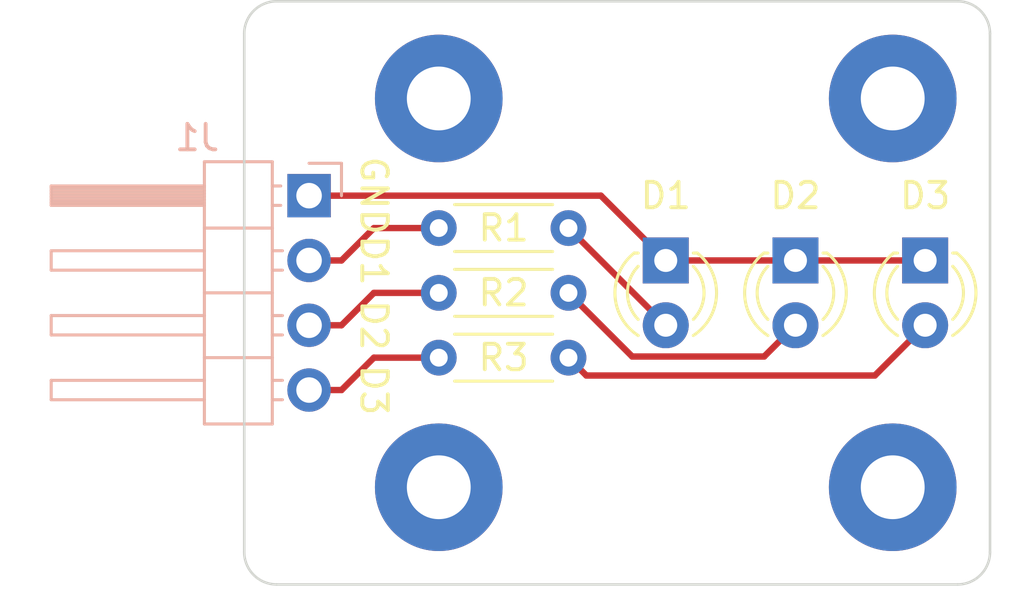
<source format=kicad_pcb>
(kicad_pcb (version 20171130) (host pcbnew "(5.1.10-1-10_14)")

  (general
    (thickness 1.6)
    (drawings 12)
    (tracks 20)
    (zones 0)
    (modules 11)
    (nets 8)
  )

  (page A4)
  (layers
    (0 F.Cu signal)
    (31 B.Cu signal)
    (32 B.Adhes user)
    (33 F.Adhes user)
    (34 B.Paste user)
    (35 F.Paste user)
    (36 B.SilkS user)
    (37 F.SilkS user)
    (38 B.Mask user)
    (39 F.Mask user)
    (40 Dwgs.User user)
    (41 Cmts.User user)
    (42 Eco1.User user)
    (43 Eco2.User user)
    (44 Edge.Cuts user)
    (45 Margin user)
    (46 B.CrtYd user)
    (47 F.CrtYd user)
    (48 B.Fab user)
    (49 F.Fab user)
  )

  (setup
    (last_trace_width 0.25)
    (trace_clearance 0.2)
    (zone_clearance 0.508)
    (zone_45_only no)
    (trace_min 0.2)
    (via_size 0.8)
    (via_drill 0.4)
    (via_min_size 0.4)
    (via_min_drill 0.3)
    (uvia_size 0.3)
    (uvia_drill 0.1)
    (uvias_allowed no)
    (uvia_min_size 0.2)
    (uvia_min_drill 0.1)
    (edge_width 0.1)
    (segment_width 0.2)
    (pcb_text_width 0.3)
    (pcb_text_size 1.5 1.5)
    (mod_edge_width 0.15)
    (mod_text_size 1 1)
    (mod_text_width 0.15)
    (pad_size 1.524 1.524)
    (pad_drill 0.762)
    (pad_to_mask_clearance 0)
    (aux_axis_origin 0 0)
    (visible_elements FFFFFF7F)
    (pcbplotparams
      (layerselection 0x010fc_ffffffff)
      (usegerberextensions true)
      (usegerberattributes true)
      (usegerberadvancedattributes true)
      (creategerberjobfile true)
      (excludeedgelayer true)
      (linewidth 0.100000)
      (plotframeref false)
      (viasonmask false)
      (mode 1)
      (useauxorigin false)
      (hpglpennumber 1)
      (hpglpenspeed 20)
      (hpglpendiameter 15.000000)
      (psnegative false)
      (psa4output false)
      (plotreference true)
      (plotvalue false)
      (plotinvisibletext false)
      (padsonsilk false)
      (subtractmaskfromsilk false)
      (outputformat 1)
      (mirror false)
      (drillshape 0)
      (scaleselection 1)
      (outputdirectory "gerbers/"))
  )

  (net 0 "")
  (net 1 "Net-(D1-Pad2)")
  (net 2 "Net-(D1-Pad1)")
  (net 3 "Net-(D2-Pad2)")
  (net 4 "Net-(D3-Pad2)")
  (net 5 "Net-(J1-Pad4)")
  (net 6 "Net-(J1-Pad3)")
  (net 7 "Net-(J1-Pad2)")

  (net_class Default "This is the default net class."
    (clearance 0.2)
    (trace_width 0.25)
    (via_dia 0.8)
    (via_drill 0.4)
    (uvia_dia 0.3)
    (uvia_drill 0.1)
    (add_net "Net-(D1-Pad1)")
    (add_net "Net-(D1-Pad2)")
    (add_net "Net-(D2-Pad2)")
    (add_net "Net-(D3-Pad2)")
    (add_net "Net-(J1-Pad2)")
    (add_net "Net-(J1-Pad3)")
    (add_net "Net-(J1-Pad4)")
  )

  (module Resistor_THT:R_Axial_DIN0204_L3.6mm_D1.6mm_P5.08mm_Horizontal (layer F.Cu) (tedit 5AE5139B) (tstamp 616EE9C3)
    (at 123.19 90.17 180)
    (descr "Resistor, Axial_DIN0204 series, Axial, Horizontal, pin pitch=5.08mm, 0.167W, length*diameter=3.6*1.6mm^2, http://cdn-reichelt.de/documents/datenblatt/B400/1_4W%23YAG.pdf")
    (tags "Resistor Axial_DIN0204 series Axial Horizontal pin pitch 5.08mm 0.167W length 3.6mm diameter 1.6mm")
    (path /6167DC2C)
    (fp_text reference R3 (at 2.54 0) (layer F.SilkS)
      (effects (font (size 1 1) (thickness 0.15)))
    )
    (fp_text value R (at 2.54 1.92) (layer F.Fab)
      (effects (font (size 1 1) (thickness 0.15)))
    )
    (fp_line (start 0.74 -0.8) (end 0.74 0.8) (layer F.Fab) (width 0.1))
    (fp_line (start 0.74 0.8) (end 4.34 0.8) (layer F.Fab) (width 0.1))
    (fp_line (start 4.34 0.8) (end 4.34 -0.8) (layer F.Fab) (width 0.1))
    (fp_line (start 4.34 -0.8) (end 0.74 -0.8) (layer F.Fab) (width 0.1))
    (fp_line (start 0 0) (end 0.74 0) (layer F.Fab) (width 0.1))
    (fp_line (start 5.08 0) (end 4.34 0) (layer F.Fab) (width 0.1))
    (fp_line (start 0.62 -0.92) (end 4.46 -0.92) (layer F.SilkS) (width 0.12))
    (fp_line (start 0.62 0.92) (end 4.46 0.92) (layer F.SilkS) (width 0.12))
    (fp_line (start -0.95 -1.05) (end -0.95 1.05) (layer F.CrtYd) (width 0.05))
    (fp_line (start -0.95 1.05) (end 6.03 1.05) (layer F.CrtYd) (width 0.05))
    (fp_line (start 6.03 1.05) (end 6.03 -1.05) (layer F.CrtYd) (width 0.05))
    (fp_line (start 6.03 -1.05) (end -0.95 -1.05) (layer F.CrtYd) (width 0.05))
    (fp_text user %R (at 2.54 0 180) (layer F.Fab)
      (effects (font (size 0.72 0.72) (thickness 0.108)))
    )
    (pad 2 thru_hole oval (at 5.08 0 180) (size 1.4 1.4) (drill 0.7) (layers *.Cu *.Mask)
      (net 5 "Net-(J1-Pad4)"))
    (pad 1 thru_hole circle (at 0 0 180) (size 1.4 1.4) (drill 0.7) (layers *.Cu *.Mask)
      (net 4 "Net-(D3-Pad2)"))
    (model ${KISYS3DMOD}/Resistor_THT.3dshapes/R_Axial_DIN0204_L3.6mm_D1.6mm_P5.08mm_Horizontal.wrl
      (at (xyz 0 0 0))
      (scale (xyz 1 1 1))
      (rotate (xyz 0 0 0))
    )
  )

  (module Resistor_THT:R_Axial_DIN0204_L3.6mm_D1.6mm_P5.08mm_Horizontal (layer F.Cu) (tedit 5AE5139B) (tstamp 616EE9B0)
    (at 123.19 87.63 180)
    (descr "Resistor, Axial_DIN0204 series, Axial, Horizontal, pin pitch=5.08mm, 0.167W, length*diameter=3.6*1.6mm^2, http://cdn-reichelt.de/documents/datenblatt/B400/1_4W%23YAG.pdf")
    (tags "Resistor Axial_DIN0204 series Axial Horizontal pin pitch 5.08mm 0.167W length 3.6mm diameter 1.6mm")
    (path /6167D743)
    (fp_text reference R2 (at 2.54 0) (layer F.SilkS)
      (effects (font (size 1 1) (thickness 0.15)))
    )
    (fp_text value R (at 2.54 1.92) (layer F.Fab)
      (effects (font (size 1 1) (thickness 0.15)))
    )
    (fp_line (start 0.74 -0.8) (end 0.74 0.8) (layer F.Fab) (width 0.1))
    (fp_line (start 0.74 0.8) (end 4.34 0.8) (layer F.Fab) (width 0.1))
    (fp_line (start 4.34 0.8) (end 4.34 -0.8) (layer F.Fab) (width 0.1))
    (fp_line (start 4.34 -0.8) (end 0.74 -0.8) (layer F.Fab) (width 0.1))
    (fp_line (start 0 0) (end 0.74 0) (layer F.Fab) (width 0.1))
    (fp_line (start 5.08 0) (end 4.34 0) (layer F.Fab) (width 0.1))
    (fp_line (start 0.62 -0.92) (end 4.46 -0.92) (layer F.SilkS) (width 0.12))
    (fp_line (start 0.62 0.92) (end 4.46 0.92) (layer F.SilkS) (width 0.12))
    (fp_line (start -0.95 -1.05) (end -0.95 1.05) (layer F.CrtYd) (width 0.05))
    (fp_line (start -0.95 1.05) (end 6.03 1.05) (layer F.CrtYd) (width 0.05))
    (fp_line (start 6.03 1.05) (end 6.03 -1.05) (layer F.CrtYd) (width 0.05))
    (fp_line (start 6.03 -1.05) (end -0.95 -1.05) (layer F.CrtYd) (width 0.05))
    (fp_text user %R (at 2.54 0) (layer F.Fab)
      (effects (font (size 0.72 0.72) (thickness 0.108)))
    )
    (pad 2 thru_hole oval (at 5.08 0 180) (size 1.4 1.4) (drill 0.7) (layers *.Cu *.Mask)
      (net 6 "Net-(J1-Pad3)"))
    (pad 1 thru_hole circle (at 0 0 180) (size 1.4 1.4) (drill 0.7) (layers *.Cu *.Mask)
      (net 3 "Net-(D2-Pad2)"))
    (model ${KISYS3DMOD}/Resistor_THT.3dshapes/R_Axial_DIN0204_L3.6mm_D1.6mm_P5.08mm_Horizontal.wrl
      (at (xyz 0 0 0))
      (scale (xyz 1 1 1))
      (rotate (xyz 0 0 0))
    )
  )

  (module Resistor_THT:R_Axial_DIN0204_L3.6mm_D1.6mm_P5.08mm_Horizontal (layer F.Cu) (tedit 5AE5139B) (tstamp 616EE99D)
    (at 123.19 85.09 180)
    (descr "Resistor, Axial_DIN0204 series, Axial, Horizontal, pin pitch=5.08mm, 0.167W, length*diameter=3.6*1.6mm^2, http://cdn-reichelt.de/documents/datenblatt/B400/1_4W%23YAG.pdf")
    (tags "Resistor Axial_DIN0204 series Axial Horizontal pin pitch 5.08mm 0.167W length 3.6mm diameter 1.6mm")
    (path /61673312)
    (fp_text reference R1 (at 2.54 0) (layer F.SilkS)
      (effects (font (size 1 1) (thickness 0.15)))
    )
    (fp_text value R (at 2.54 1.92) (layer F.Fab)
      (effects (font (size 1 1) (thickness 0.15)))
    )
    (fp_line (start 0.74 -0.8) (end 0.74 0.8) (layer F.Fab) (width 0.1))
    (fp_line (start 0.74 0.8) (end 4.34 0.8) (layer F.Fab) (width 0.1))
    (fp_line (start 4.34 0.8) (end 4.34 -0.8) (layer F.Fab) (width 0.1))
    (fp_line (start 4.34 -0.8) (end 0.74 -0.8) (layer F.Fab) (width 0.1))
    (fp_line (start 0 0) (end 0.74 0) (layer F.Fab) (width 0.1))
    (fp_line (start 5.08 0) (end 4.34 0) (layer F.Fab) (width 0.1))
    (fp_line (start 0.62 -0.92) (end 4.46 -0.92) (layer F.SilkS) (width 0.12))
    (fp_line (start 0.62 0.92) (end 4.46 0.92) (layer F.SilkS) (width 0.12))
    (fp_line (start -0.95 -1.05) (end -0.95 1.05) (layer F.CrtYd) (width 0.05))
    (fp_line (start -0.95 1.05) (end 6.03 1.05) (layer F.CrtYd) (width 0.05))
    (fp_line (start 6.03 1.05) (end 6.03 -1.05) (layer F.CrtYd) (width 0.05))
    (fp_line (start 6.03 -1.05) (end -0.95 -1.05) (layer F.CrtYd) (width 0.05))
    (fp_text user %R (at 2.54 0) (layer F.Fab)
      (effects (font (size 0.72 0.72) (thickness 0.108)))
    )
    (pad 2 thru_hole oval (at 5.08 0 180) (size 1.4 1.4) (drill 0.7) (layers *.Cu *.Mask)
      (net 7 "Net-(J1-Pad2)"))
    (pad 1 thru_hole circle (at 0 0 180) (size 1.4 1.4) (drill 0.7) (layers *.Cu *.Mask)
      (net 1 "Net-(D1-Pad2)"))
    (model ${KISYS3DMOD}/Resistor_THT.3dshapes/R_Axial_DIN0204_L3.6mm_D1.6mm_P5.08mm_Horizontal.wrl
      (at (xyz 0 0 0))
      (scale (xyz 1 1 1))
      (rotate (xyz 0 0 0))
    )
  )

  (module Connector_PinHeader_2.54mm:PinHeader_1x04_P2.54mm_Horizontal (layer B.Cu) (tedit 59FED5CB) (tstamp 616EE98A)
    (at 113.03 83.82 180)
    (descr "Through hole angled pin header, 1x04, 2.54mm pitch, 6mm pin length, single row")
    (tags "Through hole angled pin header THT 1x04 2.54mm single row")
    (path /616EB7B9)
    (fp_text reference J1 (at 4.385 2.27) (layer B.SilkS)
      (effects (font (size 1 1) (thickness 0.15)) (justify mirror))
    )
    (fp_text value Conn_01x04_Female (at 4.385 -9.89) (layer B.Fab)
      (effects (font (size 1 1) (thickness 0.15)) (justify mirror))
    )
    (fp_line (start 2.135 1.27) (end 4.04 1.27) (layer B.Fab) (width 0.1))
    (fp_line (start 4.04 1.27) (end 4.04 -8.89) (layer B.Fab) (width 0.1))
    (fp_line (start 4.04 -8.89) (end 1.5 -8.89) (layer B.Fab) (width 0.1))
    (fp_line (start 1.5 -8.89) (end 1.5 0.635) (layer B.Fab) (width 0.1))
    (fp_line (start 1.5 0.635) (end 2.135 1.27) (layer B.Fab) (width 0.1))
    (fp_line (start -0.32 0.32) (end 1.5 0.32) (layer B.Fab) (width 0.1))
    (fp_line (start -0.32 0.32) (end -0.32 -0.32) (layer B.Fab) (width 0.1))
    (fp_line (start -0.32 -0.32) (end 1.5 -0.32) (layer B.Fab) (width 0.1))
    (fp_line (start 4.04 0.32) (end 10.04 0.32) (layer B.Fab) (width 0.1))
    (fp_line (start 10.04 0.32) (end 10.04 -0.32) (layer B.Fab) (width 0.1))
    (fp_line (start 4.04 -0.32) (end 10.04 -0.32) (layer B.Fab) (width 0.1))
    (fp_line (start -0.32 -2.22) (end 1.5 -2.22) (layer B.Fab) (width 0.1))
    (fp_line (start -0.32 -2.22) (end -0.32 -2.86) (layer B.Fab) (width 0.1))
    (fp_line (start -0.32 -2.86) (end 1.5 -2.86) (layer B.Fab) (width 0.1))
    (fp_line (start 4.04 -2.22) (end 10.04 -2.22) (layer B.Fab) (width 0.1))
    (fp_line (start 10.04 -2.22) (end 10.04 -2.86) (layer B.Fab) (width 0.1))
    (fp_line (start 4.04 -2.86) (end 10.04 -2.86) (layer B.Fab) (width 0.1))
    (fp_line (start -0.32 -4.76) (end 1.5 -4.76) (layer B.Fab) (width 0.1))
    (fp_line (start -0.32 -4.76) (end -0.32 -5.4) (layer B.Fab) (width 0.1))
    (fp_line (start -0.32 -5.4) (end 1.5 -5.4) (layer B.Fab) (width 0.1))
    (fp_line (start 4.04 -4.76) (end 10.04 -4.76) (layer B.Fab) (width 0.1))
    (fp_line (start 10.04 -4.76) (end 10.04 -5.4) (layer B.Fab) (width 0.1))
    (fp_line (start 4.04 -5.4) (end 10.04 -5.4) (layer B.Fab) (width 0.1))
    (fp_line (start -0.32 -7.3) (end 1.5 -7.3) (layer B.Fab) (width 0.1))
    (fp_line (start -0.32 -7.3) (end -0.32 -7.94) (layer B.Fab) (width 0.1))
    (fp_line (start -0.32 -7.94) (end 1.5 -7.94) (layer B.Fab) (width 0.1))
    (fp_line (start 4.04 -7.3) (end 10.04 -7.3) (layer B.Fab) (width 0.1))
    (fp_line (start 10.04 -7.3) (end 10.04 -7.94) (layer B.Fab) (width 0.1))
    (fp_line (start 4.04 -7.94) (end 10.04 -7.94) (layer B.Fab) (width 0.1))
    (fp_line (start 1.44 1.33) (end 1.44 -8.95) (layer B.SilkS) (width 0.12))
    (fp_line (start 1.44 -8.95) (end 4.1 -8.95) (layer B.SilkS) (width 0.12))
    (fp_line (start 4.1 -8.95) (end 4.1 1.33) (layer B.SilkS) (width 0.12))
    (fp_line (start 4.1 1.33) (end 1.44 1.33) (layer B.SilkS) (width 0.12))
    (fp_line (start 4.1 0.38) (end 10.1 0.38) (layer B.SilkS) (width 0.12))
    (fp_line (start 10.1 0.38) (end 10.1 -0.38) (layer B.SilkS) (width 0.12))
    (fp_line (start 10.1 -0.38) (end 4.1 -0.38) (layer B.SilkS) (width 0.12))
    (fp_line (start 4.1 0.32) (end 10.1 0.32) (layer B.SilkS) (width 0.12))
    (fp_line (start 4.1 0.2) (end 10.1 0.2) (layer B.SilkS) (width 0.12))
    (fp_line (start 4.1 0.08) (end 10.1 0.08) (layer B.SilkS) (width 0.12))
    (fp_line (start 4.1 -0.04) (end 10.1 -0.04) (layer B.SilkS) (width 0.12))
    (fp_line (start 4.1 -0.16) (end 10.1 -0.16) (layer B.SilkS) (width 0.12))
    (fp_line (start 4.1 -0.28) (end 10.1 -0.28) (layer B.SilkS) (width 0.12))
    (fp_line (start 1.11 0.38) (end 1.44 0.38) (layer B.SilkS) (width 0.12))
    (fp_line (start 1.11 -0.38) (end 1.44 -0.38) (layer B.SilkS) (width 0.12))
    (fp_line (start 1.44 -1.27) (end 4.1 -1.27) (layer B.SilkS) (width 0.12))
    (fp_line (start 4.1 -2.16) (end 10.1 -2.16) (layer B.SilkS) (width 0.12))
    (fp_line (start 10.1 -2.16) (end 10.1 -2.92) (layer B.SilkS) (width 0.12))
    (fp_line (start 10.1 -2.92) (end 4.1 -2.92) (layer B.SilkS) (width 0.12))
    (fp_line (start 1.042929 -2.16) (end 1.44 -2.16) (layer B.SilkS) (width 0.12))
    (fp_line (start 1.042929 -2.92) (end 1.44 -2.92) (layer B.SilkS) (width 0.12))
    (fp_line (start 1.44 -3.81) (end 4.1 -3.81) (layer B.SilkS) (width 0.12))
    (fp_line (start 4.1 -4.7) (end 10.1 -4.7) (layer B.SilkS) (width 0.12))
    (fp_line (start 10.1 -4.7) (end 10.1 -5.46) (layer B.SilkS) (width 0.12))
    (fp_line (start 10.1 -5.46) (end 4.1 -5.46) (layer B.SilkS) (width 0.12))
    (fp_line (start 1.042929 -4.7) (end 1.44 -4.7) (layer B.SilkS) (width 0.12))
    (fp_line (start 1.042929 -5.46) (end 1.44 -5.46) (layer B.SilkS) (width 0.12))
    (fp_line (start 1.44 -6.35) (end 4.1 -6.35) (layer B.SilkS) (width 0.12))
    (fp_line (start 4.1 -7.24) (end 10.1 -7.24) (layer B.SilkS) (width 0.12))
    (fp_line (start 10.1 -7.24) (end 10.1 -8) (layer B.SilkS) (width 0.12))
    (fp_line (start 10.1 -8) (end 4.1 -8) (layer B.SilkS) (width 0.12))
    (fp_line (start 1.042929 -7.24) (end 1.44 -7.24) (layer B.SilkS) (width 0.12))
    (fp_line (start 1.042929 -8) (end 1.44 -8) (layer B.SilkS) (width 0.12))
    (fp_line (start -1.27 0) (end -1.27 1.27) (layer B.SilkS) (width 0.12))
    (fp_line (start -1.27 1.27) (end 0 1.27) (layer B.SilkS) (width 0.12))
    (fp_line (start -1.8 1.8) (end -1.8 -9.4) (layer B.CrtYd) (width 0.05))
    (fp_line (start -1.8 -9.4) (end 10.55 -9.4) (layer B.CrtYd) (width 0.05))
    (fp_line (start 10.55 -9.4) (end 10.55 1.8) (layer B.CrtYd) (width 0.05))
    (fp_line (start 10.55 1.8) (end -1.8 1.8) (layer B.CrtYd) (width 0.05))
    (fp_text user %R (at 2.77 -3.81 -90) (layer B.Fab)
      (effects (font (size 1 1) (thickness 0.15)) (justify mirror))
    )
    (pad 4 thru_hole oval (at 0 -7.62 180) (size 1.7 1.7) (drill 1) (layers *.Cu *.Mask)
      (net 5 "Net-(J1-Pad4)"))
    (pad 3 thru_hole oval (at 0 -5.08 180) (size 1.7 1.7) (drill 1) (layers *.Cu *.Mask)
      (net 6 "Net-(J1-Pad3)"))
    (pad 2 thru_hole oval (at 0 -2.54 180) (size 1.7 1.7) (drill 1) (layers *.Cu *.Mask)
      (net 7 "Net-(J1-Pad2)"))
    (pad 1 thru_hole rect (at 0 0 180) (size 1.7 1.7) (drill 1) (layers *.Cu *.Mask)
      (net 2 "Net-(D1-Pad1)"))
    (model ${KISYS3DMOD}/Connector_PinHeader_2.54mm.3dshapes/PinHeader_1x04_P2.54mm_Horizontal.wrl
      (at (xyz 0 0 0))
      (scale (xyz 1 1 1))
      (rotate (xyz 0 0 0))
    )
  )

  (module MountingHole:MountingHole_2.5mm_Pad (layer F.Cu) (tedit 56D1B4CB) (tstamp 616EE93D)
    (at 135.89 95.25)
    (descr "Mounting Hole 2.5mm")
    (tags "mounting hole 2.5mm")
    (path /616824D5)
    (attr virtual)
    (fp_text reference H4 (at 0 -3.5) (layer F.SilkS) hide
      (effects (font (size 1 1) (thickness 0.15)))
    )
    (fp_text value MountingHole (at 0 3.5) (layer F.Fab)
      (effects (font (size 1 1) (thickness 0.15)))
    )
    (fp_circle (center 0 0) (end 2.5 0) (layer Cmts.User) (width 0.15))
    (fp_circle (center 0 0) (end 2.75 0) (layer F.CrtYd) (width 0.05))
    (fp_text user %R (at 0.3 0) (layer F.Fab)
      (effects (font (size 1 1) (thickness 0.15)))
    )
    (pad 1 thru_hole circle (at 0 0) (size 5 5) (drill 2.5) (layers *.Cu *.Mask))
  )

  (module MountingHole:MountingHole_2.5mm_Pad (layer F.Cu) (tedit 56D1B4CB) (tstamp 616EE935)
    (at 118.11 95.25)
    (descr "Mounting Hole 2.5mm")
    (tags "mounting hole 2.5mm")
    (path /61682859)
    (attr virtual)
    (fp_text reference H3 (at 0 -3.5) (layer F.SilkS) hide
      (effects (font (size 1 1) (thickness 0.15)))
    )
    (fp_text value MountingHole (at 0 3.5) (layer F.Fab)
      (effects (font (size 1 1) (thickness 0.15)))
    )
    (fp_circle (center 0 0) (end 2.5 0) (layer Cmts.User) (width 0.15))
    (fp_circle (center 0 0) (end 2.75 0) (layer F.CrtYd) (width 0.05))
    (fp_text user %R (at 0.3 0) (layer F.Fab)
      (effects (font (size 1 1) (thickness 0.15)))
    )
    (pad 1 thru_hole circle (at 0 0) (size 5 5) (drill 2.5) (layers *.Cu *.Mask))
  )

  (module MountingHole:MountingHole_2.5mm_Pad (layer F.Cu) (tedit 56D1B4CB) (tstamp 616EE92D)
    (at 135.89 80.01)
    (descr "Mounting Hole 2.5mm")
    (tags "mounting hole 2.5mm")
    (path /61682208)
    (attr virtual)
    (fp_text reference H2 (at 0 -3.5) (layer F.SilkS) hide
      (effects (font (size 1 1) (thickness 0.15)))
    )
    (fp_text value MountingHole (at 0 3.5) (layer F.Fab)
      (effects (font (size 1 1) (thickness 0.15)))
    )
    (fp_circle (center 0 0) (end 2.5 0) (layer Cmts.User) (width 0.15))
    (fp_circle (center 0 0) (end 2.75 0) (layer F.CrtYd) (width 0.05))
    (fp_text user %R (at 0.3 0) (layer F.Fab)
      (effects (font (size 1 1) (thickness 0.15)))
    )
    (pad 1 thru_hole circle (at 0 0) (size 5 5) (drill 2.5) (layers *.Cu *.Mask))
  )

  (module MountingHole:MountingHole_2.5mm_Pad (layer F.Cu) (tedit 56D1B4CB) (tstamp 616EE925)
    (at 118.11 80.01)
    (descr "Mounting Hole 2.5mm")
    (tags "mounting hole 2.5mm")
    (path /616800B1)
    (attr virtual)
    (fp_text reference H1 (at 0 -3.5) (layer F.SilkS) hide
      (effects (font (size 1 1) (thickness 0.15)))
    )
    (fp_text value MountingHole (at 0 3.5) (layer F.Fab)
      (effects (font (size 1 1) (thickness 0.15)))
    )
    (fp_circle (center 0 0) (end 2.5 0) (layer Cmts.User) (width 0.15))
    (fp_circle (center 0 0) (end 2.75 0) (layer F.CrtYd) (width 0.05))
    (fp_text user %R (at 0.3 0) (layer F.Fab)
      (effects (font (size 1 1) (thickness 0.15)))
    )
    (pad 1 thru_hole circle (at 0 0) (size 5 5) (drill 2.5) (layers *.Cu *.Mask))
  )

  (module LED_THT:LED_D3.0mm (layer F.Cu) (tedit 587A3A7B) (tstamp 616EE91D)
    (at 137.16 86.36 270)
    (descr "LED, diameter 3.0mm, 2 pins")
    (tags "LED diameter 3.0mm 2 pins")
    (path /6167B925)
    (fp_text reference D3 (at -2.54 0 180) (layer F.SilkS)
      (effects (font (size 1 1) (thickness 0.15)))
    )
    (fp_text value LED (at 1.27 2.96 90) (layer F.Fab)
      (effects (font (size 1 1) (thickness 0.15)))
    )
    (fp_circle (center 1.27 0) (end 2.77 0) (layer F.Fab) (width 0.1))
    (fp_line (start -0.23 -1.16619) (end -0.23 1.16619) (layer F.Fab) (width 0.1))
    (fp_line (start -0.29 -1.236) (end -0.29 -1.08) (layer F.SilkS) (width 0.12))
    (fp_line (start -0.29 1.08) (end -0.29 1.236) (layer F.SilkS) (width 0.12))
    (fp_line (start -1.15 -2.25) (end -1.15 2.25) (layer F.CrtYd) (width 0.05))
    (fp_line (start -1.15 2.25) (end 3.7 2.25) (layer F.CrtYd) (width 0.05))
    (fp_line (start 3.7 2.25) (end 3.7 -2.25) (layer F.CrtYd) (width 0.05))
    (fp_line (start 3.7 -2.25) (end -1.15 -2.25) (layer F.CrtYd) (width 0.05))
    (fp_arc (start 1.27 0) (end 0.229039 1.08) (angle -87.9) (layer F.SilkS) (width 0.12))
    (fp_arc (start 1.27 0) (end 0.229039 -1.08) (angle 87.9) (layer F.SilkS) (width 0.12))
    (fp_arc (start 1.27 0) (end -0.29 1.235516) (angle -108.8) (layer F.SilkS) (width 0.12))
    (fp_arc (start 1.27 0) (end -0.29 -1.235516) (angle 108.8) (layer F.SilkS) (width 0.12))
    (fp_arc (start 1.27 0) (end -0.23 -1.16619) (angle 284.3) (layer F.Fab) (width 0.1))
    (pad 2 thru_hole circle (at 2.54 0 270) (size 1.8 1.8) (drill 0.9) (layers *.Cu *.Mask)
      (net 4 "Net-(D3-Pad2)"))
    (pad 1 thru_hole rect (at 0 0 270) (size 1.8 1.8) (drill 0.9) (layers *.Cu *.Mask)
      (net 2 "Net-(D1-Pad1)"))
    (model ${KISYS3DMOD}/LED_THT.3dshapes/LED_D3.0mm.wrl
      (at (xyz 0 0 0))
      (scale (xyz 1 1 1))
      (rotate (xyz 0 0 0))
    )
  )

  (module LED_THT:LED_D3.0mm (layer F.Cu) (tedit 587A3A7B) (tstamp 616EE90A)
    (at 132.08 86.36 270)
    (descr "LED, diameter 3.0mm, 2 pins")
    (tags "LED diameter 3.0mm 2 pins")
    (path /61678FA1)
    (fp_text reference D2 (at -2.54 0 180) (layer F.SilkS)
      (effects (font (size 1 1) (thickness 0.15)))
    )
    (fp_text value LED (at 1.27 2.96 90) (layer F.Fab)
      (effects (font (size 1 1) (thickness 0.15)))
    )
    (fp_circle (center 1.27 0) (end 2.77 0) (layer F.Fab) (width 0.1))
    (fp_line (start -0.23 -1.16619) (end -0.23 1.16619) (layer F.Fab) (width 0.1))
    (fp_line (start -0.29 -1.236) (end -0.29 -1.08) (layer F.SilkS) (width 0.12))
    (fp_line (start -0.29 1.08) (end -0.29 1.236) (layer F.SilkS) (width 0.12))
    (fp_line (start -1.15 -2.25) (end -1.15 2.25) (layer F.CrtYd) (width 0.05))
    (fp_line (start -1.15 2.25) (end 3.7 2.25) (layer F.CrtYd) (width 0.05))
    (fp_line (start 3.7 2.25) (end 3.7 -2.25) (layer F.CrtYd) (width 0.05))
    (fp_line (start 3.7 -2.25) (end -1.15 -2.25) (layer F.CrtYd) (width 0.05))
    (fp_arc (start 1.27 0) (end 0.229039 1.08) (angle -87.9) (layer F.SilkS) (width 0.12))
    (fp_arc (start 1.27 0) (end 0.229039 -1.08) (angle 87.9) (layer F.SilkS) (width 0.12))
    (fp_arc (start 1.27 0) (end -0.29 1.235516) (angle -108.8) (layer F.SilkS) (width 0.12))
    (fp_arc (start 1.27 0) (end -0.29 -1.235516) (angle 108.8) (layer F.SilkS) (width 0.12))
    (fp_arc (start 1.27 0) (end -0.23 -1.16619) (angle 284.3) (layer F.Fab) (width 0.1))
    (pad 2 thru_hole circle (at 2.54 0 270) (size 1.8 1.8) (drill 0.9) (layers *.Cu *.Mask)
      (net 3 "Net-(D2-Pad2)"))
    (pad 1 thru_hole rect (at 0 0 270) (size 1.8 1.8) (drill 0.9) (layers *.Cu *.Mask)
      (net 2 "Net-(D1-Pad1)"))
    (model ${KISYS3DMOD}/LED_THT.3dshapes/LED_D3.0mm.wrl
      (at (xyz 0 0 0))
      (scale (xyz 1 1 1))
      (rotate (xyz 0 0 0))
    )
  )

  (module LED_THT:LED_D3.0mm (layer F.Cu) (tedit 587A3A7B) (tstamp 616EE8F7)
    (at 127 86.36 270)
    (descr "LED, diameter 3.0mm, 2 pins")
    (tags "LED diameter 3.0mm 2 pins")
    (path /61672B78)
    (fp_text reference D1 (at -2.54 0 180) (layer F.SilkS)
      (effects (font (size 1 1) (thickness 0.15)))
    )
    (fp_text value LED (at 1.27 2.96 90) (layer F.Fab)
      (effects (font (size 1 1) (thickness 0.15)))
    )
    (fp_circle (center 1.27 0) (end 2.77 0) (layer F.Fab) (width 0.1))
    (fp_line (start -0.23 -1.16619) (end -0.23 1.16619) (layer F.Fab) (width 0.1))
    (fp_line (start -0.29 -1.236) (end -0.29 -1.08) (layer F.SilkS) (width 0.12))
    (fp_line (start -0.29 1.08) (end -0.29 1.236) (layer F.SilkS) (width 0.12))
    (fp_line (start -1.15 -2.25) (end -1.15 2.25) (layer F.CrtYd) (width 0.05))
    (fp_line (start -1.15 2.25) (end 3.7 2.25) (layer F.CrtYd) (width 0.05))
    (fp_line (start 3.7 2.25) (end 3.7 -2.25) (layer F.CrtYd) (width 0.05))
    (fp_line (start 3.7 -2.25) (end -1.15 -2.25) (layer F.CrtYd) (width 0.05))
    (fp_arc (start 1.27 0) (end 0.229039 1.08) (angle -87.9) (layer F.SilkS) (width 0.12))
    (fp_arc (start 1.27 0) (end 0.229039 -1.08) (angle 87.9) (layer F.SilkS) (width 0.12))
    (fp_arc (start 1.27 0) (end -0.29 1.235516) (angle -108.8) (layer F.SilkS) (width 0.12))
    (fp_arc (start 1.27 0) (end -0.29 -1.235516) (angle 108.8) (layer F.SilkS) (width 0.12))
    (fp_arc (start 1.27 0) (end -0.23 -1.16619) (angle 284.3) (layer F.Fab) (width 0.1))
    (pad 2 thru_hole circle (at 2.54 0 270) (size 1.8 1.8) (drill 0.9) (layers *.Cu *.Mask)
      (net 1 "Net-(D1-Pad2)"))
    (pad 1 thru_hole rect (at 0 0 270) (size 1.8 1.8) (drill 0.9) (layers *.Cu *.Mask)
      (net 2 "Net-(D1-Pad1)"))
    (model ${KISYS3DMOD}/LED_THT.3dshapes/LED_D3.0mm.wrl
      (at (xyz 0 0 0))
      (scale (xyz 1 1 1))
      (rotate (xyz 0 0 0))
    )
  )

  (gr_arc (start 138.43 97.79) (end 138.43 99.06) (angle -90) (layer Edge.Cuts) (width 0.1))
  (gr_arc (start 138.43 77.47) (end 139.7 77.47) (angle -90) (layer Edge.Cuts) (width 0.1))
  (gr_arc (start 111.76 97.79) (end 110.49 97.79) (angle -90) (layer Edge.Cuts) (width 0.1))
  (gr_arc (start 111.76 77.47) (end 111.76 76.2) (angle -90) (layer Edge.Cuts) (width 0.1))
  (gr_line (start 138.43 99.06) (end 111.76 99.06) (layer Edge.Cuts) (width 0.1) (tstamp 616EF343))
  (gr_line (start 139.7 77.47) (end 139.7 97.79) (layer Edge.Cuts) (width 0.1))
  (gr_line (start 111.76 76.2) (end 138.43 76.2) (layer Edge.Cuts) (width 0.1))
  (gr_text D3 (at 115.57 91.44 270) (layer F.SilkS)
    (effects (font (size 1 1) (thickness 0.15)))
  )
  (gr_text D2 (at 115.57 88.9 270) (layer F.SilkS)
    (effects (font (size 1 1) (thickness 0.15)))
  )
  (gr_text D1 (at 115.57 86.36 270) (layer F.SilkS)
    (effects (font (size 1 1) (thickness 0.15)))
  )
  (gr_text GND (at 115.57 83.82 270) (layer F.SilkS)
    (effects (font (size 1 1) (thickness 0.15)))
  )
  (gr_line (start 110.49 77.47) (end 110.49 97.79) (layer Edge.Cuts) (width 0.1))

  (segment (start 123.19 85.09) (end 127 88.9) (width 0.25) (layer F.Cu) (net 1))
  (segment (start 124.46 83.82) (end 127 86.36) (width 0.25) (layer F.Cu) (net 2))
  (segment (start 113.03 83.82) (end 124.46 83.82) (width 0.25) (layer F.Cu) (net 2))
  (segment (start 127 86.36) (end 132.08 86.36) (width 0.25) (layer F.Cu) (net 2))
  (segment (start 137.16 86.36) (end 132.08 86.36) (width 0.25) (layer F.Cu) (net 2))
  (segment (start 130.854999 90.125001) (end 132.08 88.9) (width 0.25) (layer F.Cu) (net 3))
  (segment (start 125.685001 90.125001) (end 130.854999 90.125001) (width 0.25) (layer F.Cu) (net 3))
  (segment (start 123.19 87.63) (end 125.685001 90.125001) (width 0.25) (layer F.Cu) (net 3))
  (segment (start 135.190001 90.869999) (end 137.16 88.9) (width 0.25) (layer F.Cu) (net 4))
  (segment (start 123.889999 90.869999) (end 135.190001 90.869999) (width 0.25) (layer F.Cu) (net 4))
  (segment (start 123.19 90.17) (end 123.889999 90.869999) (width 0.25) (layer F.Cu) (net 4))
  (segment (start 113.03 91.44) (end 114.3 91.44) (width 0.25) (layer F.Cu) (net 5))
  (segment (start 114.3 91.44) (end 115.57 90.17) (width 0.25) (layer F.Cu) (net 5))
  (segment (start 115.57 90.17) (end 118.11 90.17) (width 0.25) (layer F.Cu) (net 5))
  (segment (start 113.03 88.9) (end 114.3 88.9) (width 0.25) (layer F.Cu) (net 6))
  (segment (start 114.3 88.9) (end 115.57 87.63) (width 0.25) (layer F.Cu) (net 6))
  (segment (start 115.57 87.63) (end 118.11 87.63) (width 0.25) (layer F.Cu) (net 6))
  (segment (start 113.03 86.36) (end 114.3 86.36) (width 0.25) (layer F.Cu) (net 7))
  (segment (start 114.3 86.36) (end 115.57 85.09) (width 0.25) (layer F.Cu) (net 7))
  (segment (start 115.57 85.09) (end 118.11 85.09) (width 0.25) (layer F.Cu) (net 7))

)

</source>
